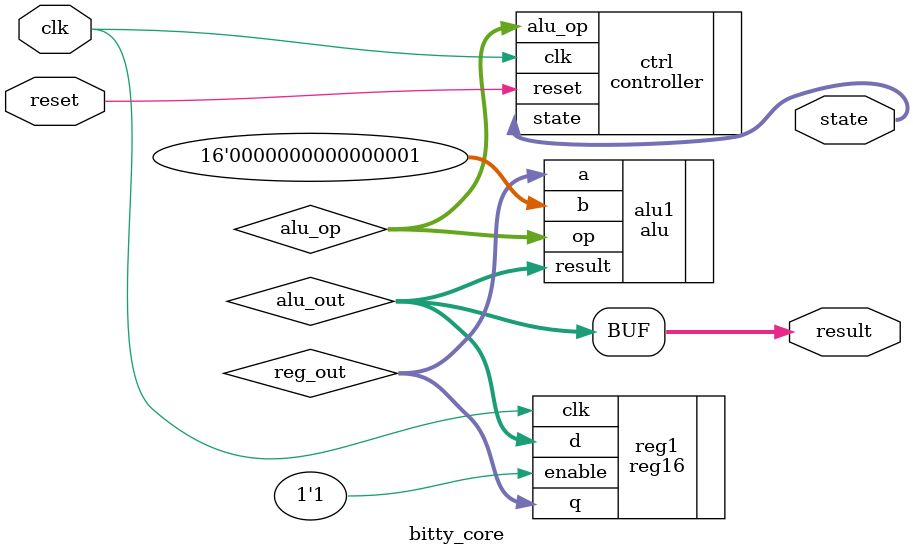
<source format=v>

module bitty_core (
    input wire clk,
    input wire reset,
    output wire [15:0] result,
    output wire [3:0] state
);

    wire [2:0] alu_op;
    wire [15:0] reg_out;
    wire [15:0] alu_out;

    reg16 reg1 (
        .clk(clk),
        .enable(1'b1),
        .d(alu_out),
        .q(reg_out)
    );

    controller ctrl (
        .clk(clk),
        .reset(reset),
        .alu_op(alu_op),
        .state(state)
    );

    alu alu1 (
        .op(alu_op),
        .a(reg_out),
        .b(16'h0001),
        .result(alu_out)
    );

    assign result = alu_out;

endmodule

</source>
